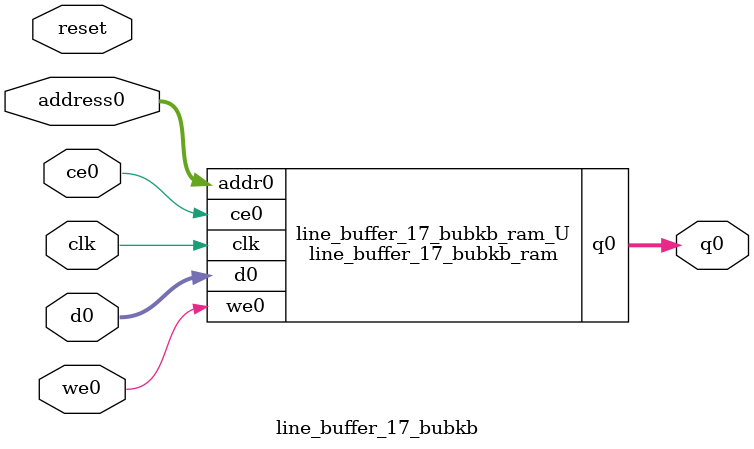
<source format=v>

`timescale 1 ns / 1 ps
module line_buffer_17_bubkb_ram (addr0, ce0, d0, we0, q0,  clk);

parameter DWIDTH = 16;
parameter AWIDTH = 10;
parameter MEM_SIZE = 736;

input[AWIDTH-1:0] addr0;
input ce0;
input[DWIDTH-1:0] d0;
input we0;
output reg[DWIDTH-1:0] q0;
input clk;

(* ram_style = "block" *)reg [DWIDTH-1:0] ram[0:MEM_SIZE-1];




always @(posedge clk)  
begin 
    if (ce0) 
    begin
        if (we0) 
        begin 
            ram[addr0] <= d0; 
            q0 <= d0;
        end 
        else 
            q0 <= ram[addr0];
    end
end


endmodule


`timescale 1 ns / 1 ps
module line_buffer_17_bubkb(
    reset,
    clk,
    address0,
    ce0,
    we0,
    d0,
    q0);

parameter DataWidth = 32'd16;
parameter AddressRange = 32'd736;
parameter AddressWidth = 32'd10;
input reset;
input clk;
input[AddressWidth - 1:0] address0;
input ce0;
input we0;
input[DataWidth - 1:0] d0;
output[DataWidth - 1:0] q0;



line_buffer_17_bubkb_ram line_buffer_17_bubkb_ram_U(
    .clk( clk ),
    .addr0( address0 ),
    .ce0( ce0 ),
    .d0( d0 ),
    .we0( we0 ),
    .q0( q0 ));

endmodule


</source>
